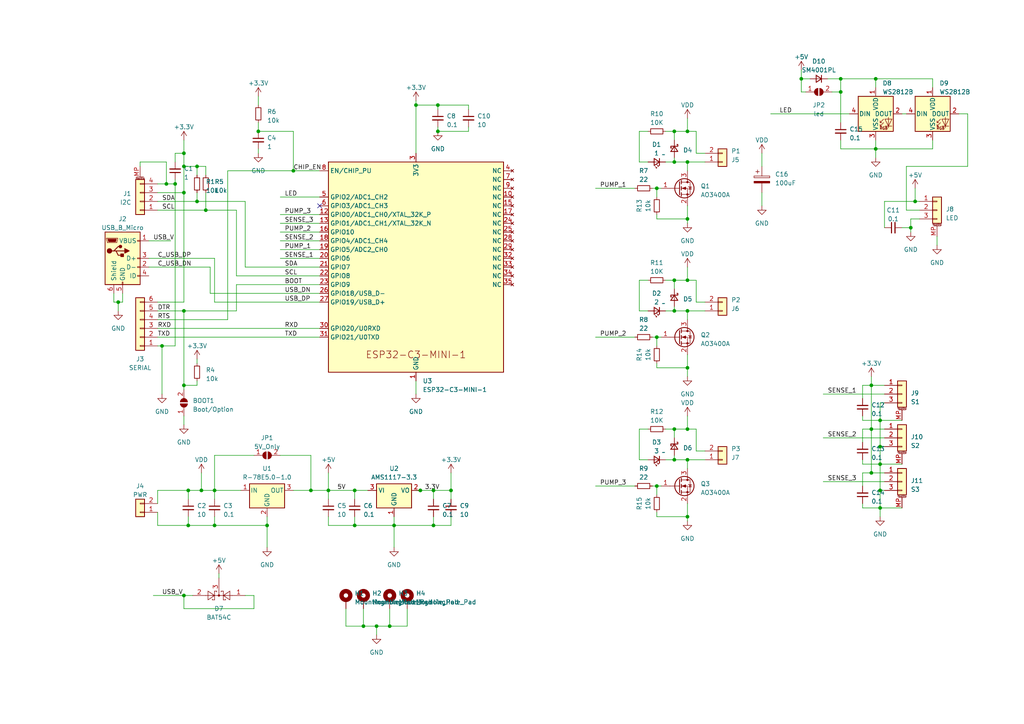
<source format=kicad_sch>
(kicad_sch (version 20230121) (generator eeschema)
  (paper "A4")
  (junction (at 113.03 181.61))
  (junction (at 199.39 38.1))
  (junction (at 53.34 90.17))
  (junction (at 252.73 124.46))
  (junction (at 195.58 81.28))
  (junction (at 199.39 81.28))
  (junction (at 120.65 30.48))
  (junction (at 199.39 124.46))
  (junction (at 53.34 44.45))
  (junction (at 255.27 129.54))
  (junction (at 102.87 152.4))
  (junction (at 102.87 142.24))
  (junction (at 121.92 142.24))
  (junction (at 199.39 133.35))
  (junction (at 199.39 149.86))
  (junction (at 54.61 152.4))
  (junction (at 199.39 106.68))
  (junction (at 53.34 55.88))
  (junction (at 114.3 152.4))
  (junction (at 252.73 137.16))
  (junction (at 243.84 22.86))
  (junction (at 195.58 38.1))
  (junction (at 50.8 53.34))
  (junction (at 264.16 66.04))
  (junction (at 199.39 63.5))
  (junction (at 255.27 142.24))
  (junction (at 53.34 172.72))
  (junction (at 199.39 90.17))
  (junction (at 254 22.86))
  (junction (at 255.27 147.32))
  (junction (at 74.93 38.1))
  (junction (at 125.73 142.24))
  (junction (at 127 30.48))
  (junction (at 77.47 152.4))
  (junction (at 130.81 142.24))
  (junction (at 62.23 142.24))
  (junction (at 252.73 111.76))
  (junction (at 265.43 58.42))
  (junction (at 53.34 111.76))
  (junction (at 90.17 142.24))
  (junction (at 105.41 181.61))
  (junction (at 57.15 58.42))
  (junction (at 59.69 60.96))
  (junction (at 58.42 142.24))
  (junction (at 46.99 100.33))
  (junction (at 254 43.18))
  (junction (at 127 38.1))
  (junction (at 232.41 22.86))
  (junction (at 195.58 133.35))
  (junction (at 48.26 53.34))
  (junction (at 95.25 142.24))
  (junction (at 125.73 152.4))
  (junction (at 85.09 49.53))
  (junction (at 62.23 152.4))
  (junction (at 190.5 54.61))
  (junction (at 34.29 87.63))
  (junction (at 195.58 46.99))
  (junction (at 57.15 48.26))
  (junction (at 243.84 26.67))
  (junction (at 190.5 97.79))
  (junction (at 255.27 121.92))
  (junction (at 199.39 46.99))
  (junction (at 195.58 90.17))
  (junction (at 109.22 181.61))
  (junction (at 53.34 48.26))
  (junction (at 195.58 124.46))
  (junction (at 190.5 140.97))
  (junction (at 54.61 142.24))
  (junction (at 255.27 134.62))
  (no_connect (at 92.71 59.69))
  (wire (pts (xy 201.93 38.1) (xy 199.39 38.1)))
  (wire (pts (xy 250.19 147.32) (xy 255.27 147.32)))
  (wire (pts (xy 102.87 152.4) (xy 114.3 152.4)))
  (wire (pts (xy 250.19 140.97) (xy 250.19 137.16)))
  (wire (pts (xy 238.76 127) (xy 256.54 127)))
  (wire (pts (xy 68.58 82.55) (xy 92.71 82.55)))
  (wire (pts (xy 256.54 66.04) (xy 256.54 58.42)))
  (wire (pts (xy 113.03 181.61) (xy 118.11 181.61)))
  (wire (pts (xy 187.96 133.35) (xy 185.42 133.35)))
  (wire (pts (xy 125.73 152.4) (xy 130.81 152.4)))
  (wire (pts (xy 264.16 63.5) (xy 266.7 63.5)))
  (wire (pts (xy 238.76 114.3) (xy 256.54 114.3)))
  (wire (pts (xy 199.39 106.68) (xy 199.39 109.22)))
  (wire (pts (xy 68.58 82.55) (xy 68.58 90.17)))
  (wire (pts (xy 201.93 44.45) (xy 204.47 44.45)))
  (wire (pts (xy 113.03 176.53) (xy 113.03 181.61)))
  (wire (pts (xy 63.5 166.37) (xy 63.5 167.64)))
  (wire (pts (xy 201.93 87.63) (xy 204.47 87.63)))
  (wire (pts (xy 121.92 142.24) (xy 125.73 142.24)))
  (wire (pts (xy 45.72 100.33) (xy 46.99 100.33)))
  (wire (pts (xy 252.73 111.76) (xy 256.54 111.76)))
  (wire (pts (xy 90.17 132.08) (xy 90.17 142.24)))
  (wire (pts (xy 201.93 81.28) (xy 201.93 87.63)))
  (wire (pts (xy 68.58 80.01) (xy 68.58 60.96)))
  (wire (pts (xy 250.19 121.92) (xy 250.19 120.65)))
  (wire (pts (xy 48.26 46.99) (xy 48.26 53.34)))
  (wire (pts (xy 102.87 144.78) (xy 102.87 142.24)))
  (wire (pts (xy 105.41 176.53) (xy 105.41 181.61)))
  (wire (pts (xy 45.72 142.24) (xy 45.72 146.05)))
  (wire (pts (xy 199.39 146.05) (xy 199.39 149.86)))
  (wire (pts (xy 62.23 152.4) (xy 62.23 149.86)))
  (wire (pts (xy 199.39 90.17) (xy 195.58 90.17)))
  (wire (pts (xy 118.11 181.61) (xy 118.11 176.53)))
  (wire (pts (xy 125.73 142.24) (xy 125.73 144.78)))
  (wire (pts (xy 135.89 38.1) (xy 135.89 36.83)))
  (wire (pts (xy 241.3 26.67) (xy 243.84 26.67)))
  (wire (pts (xy 57.15 55.88) (xy 57.15 58.42)))
  (wire (pts (xy 252.73 109.22) (xy 252.73 111.76)))
  (wire (pts (xy 189.23 140.97) (xy 190.5 140.97)))
  (wire (pts (xy 255.27 116.84) (xy 255.27 121.92)))
  (wire (pts (xy 46.99 100.33) (xy 46.99 114.3)))
  (wire (pts (xy 264.16 66.04) (xy 264.16 63.5)))
  (wire (pts (xy 262.89 48.26) (xy 262.89 60.96)))
  (wire (pts (xy 201.93 81.28) (xy 199.39 81.28)))
  (wire (pts (xy 255.27 147.32) (xy 255.27 149.86)))
  (wire (pts (xy 255.27 134.62) (xy 261.62 134.62)))
  (wire (pts (xy 199.39 63.5) (xy 199.39 64.77)))
  (wire (pts (xy 250.19 134.62) (xy 255.27 134.62)))
  (wire (pts (xy 195.58 83.82) (xy 195.58 81.28)))
  (wire (pts (xy 81.28 132.08) (xy 90.17 132.08)))
  (wire (pts (xy 193.04 46.99) (xy 195.58 46.99)))
  (wire (pts (xy 187.96 90.17) (xy 185.42 90.17)))
  (wire (pts (xy 135.89 30.48) (xy 135.89 31.75)))
  (wire (pts (xy 252.73 124.46) (xy 256.54 124.46)))
  (wire (pts (xy 130.81 137.16) (xy 130.81 142.24)))
  (wire (pts (xy 57.15 58.42) (xy 71.12 58.42)))
  (wire (pts (xy 114.3 149.86) (xy 114.3 152.4)))
  (wire (pts (xy 199.39 133.35) (xy 204.47 133.35)))
  (wire (pts (xy 232.41 22.86) (xy 234.95 22.86)))
  (wire (pts (xy 53.34 111.76) (xy 57.15 111.76)))
  (wire (pts (xy 57.15 104.14) (xy 57.15 105.41)))
  (wire (pts (xy 199.39 59.69) (xy 199.39 63.5)))
  (wire (pts (xy 53.34 120.65) (xy 53.34 123.19)))
  (wire (pts (xy 90.17 142.24) (xy 95.25 142.24)))
  (wire (pts (xy 280.67 33.02) (xy 280.67 48.26)))
  (wire (pts (xy 62.23 74.93) (xy 62.23 87.63)))
  (wire (pts (xy 185.42 90.17) (xy 185.42 81.28)))
  (wire (pts (xy 102.87 149.86) (xy 102.87 152.4)))
  (wire (pts (xy 81.28 57.15) (xy 92.71 57.15)))
  (wire (pts (xy 34.29 87.63) (xy 34.29 90.17)))
  (wire (pts (xy 53.34 44.45) (xy 53.34 48.26)))
  (wire (pts (xy 130.81 152.4) (xy 130.81 149.86)))
  (wire (pts (xy 270.51 22.86) (xy 254 22.86)))
  (wire (pts (xy 265.43 58.42) (xy 266.7 58.42)))
  (wire (pts (xy 252.73 137.16) (xy 256.54 137.16)))
  (wire (pts (xy 243.84 22.86) (xy 254 22.86)))
  (wire (pts (xy 199.39 49.53) (xy 199.39 46.99)))
  (wire (pts (xy 102.87 142.24) (xy 106.68 142.24)))
  (wire (pts (xy 232.41 26.67) (xy 233.68 26.67)))
  (wire (pts (xy 190.5 140.97) (xy 190.5 143.51)))
  (wire (pts (xy 53.34 111.76) (xy 53.34 113.03)))
  (wire (pts (xy 262.89 60.96) (xy 266.7 60.96)))
  (wire (pts (xy 201.93 124.46) (xy 199.39 124.46)))
  (wire (pts (xy 243.84 26.67) (xy 243.84 22.86)))
  (wire (pts (xy 199.39 102.87) (xy 199.39 106.68)))
  (wire (pts (xy 85.09 49.53) (xy 92.71 49.53)))
  (wire (pts (xy 250.19 124.46) (xy 252.73 124.46)))
  (wire (pts (xy 255.27 142.24) (xy 256.54 142.24)))
  (wire (pts (xy 278.13 33.02) (xy 280.67 33.02)))
  (wire (pts (xy 223.52 33.02) (xy 246.38 33.02)))
  (wire (pts (xy 54.61 152.4) (xy 62.23 152.4)))
  (wire (pts (xy 232.41 22.86) (xy 232.41 26.67)))
  (wire (pts (xy 66.04 92.71) (xy 66.04 49.53)))
  (wire (pts (xy 81.28 62.23) (xy 92.71 62.23)))
  (wire (pts (xy 85.09 142.24) (xy 90.17 142.24)))
  (wire (pts (xy 74.93 38.1) (xy 85.09 38.1)))
  (wire (pts (xy 114.3 152.4) (xy 125.73 152.4)))
  (wire (pts (xy 199.39 92.71) (xy 199.39 90.17)))
  (wire (pts (xy 60.96 85.09) (xy 92.71 85.09)))
  (wire (pts (xy 73.66 176.53) (xy 53.34 176.53)))
  (wire (pts (xy 199.39 77.47) (xy 199.39 81.28)))
  (wire (pts (xy 201.93 124.46) (xy 201.93 130.81)))
  (wire (pts (xy 250.19 115.57) (xy 250.19 111.76)))
  (wire (pts (xy 45.72 152.4) (xy 45.72 148.59)))
  (wire (pts (xy 199.39 34.29) (xy 199.39 38.1)))
  (wire (pts (xy 53.34 55.88) (xy 53.34 87.63)))
  (wire (pts (xy 120.65 110.49) (xy 120.65 114.3)))
  (wire (pts (xy 95.25 142.24) (xy 102.87 142.24)))
  (wire (pts (xy 190.5 148.59) (xy 190.5 149.86)))
  (wire (pts (xy 35.56 87.63) (xy 34.29 87.63)))
  (wire (pts (xy 199.39 46.99) (xy 195.58 46.99)))
  (wire (pts (xy 54.61 142.24) (xy 58.42 142.24)))
  (wire (pts (xy 53.34 172.72) (xy 55.88 172.72)))
  (wire (pts (xy 189.23 97.79) (xy 190.5 97.79)))
  (wire (pts (xy 74.93 43.18) (xy 74.93 44.45)))
  (wire (pts (xy 250.19 134.62) (xy 250.19 133.35)))
  (wire (pts (xy 48.26 53.34) (xy 50.8 53.34)))
  (wire (pts (xy 45.72 152.4) (xy 54.61 152.4)))
  (wire (pts (xy 255.27 147.32) (xy 261.62 147.32)))
  (wire (pts (xy 254 43.18) (xy 254 45.72)))
  (wire (pts (xy 120.65 30.48) (xy 127 30.48)))
  (wire (pts (xy 81.28 64.77) (xy 92.71 64.77)))
  (wire (pts (xy 35.56 85.09) (xy 35.56 87.63)))
  (wire (pts (xy 201.93 38.1) (xy 201.93 44.45)))
  (wire (pts (xy 190.5 97.79) (xy 190.5 100.33)))
  (wire (pts (xy 105.41 181.61) (xy 109.22 181.61)))
  (wire (pts (xy 254 22.86) (xy 254 25.4)))
  (wire (pts (xy 250.19 111.76) (xy 252.73 111.76)))
  (wire (pts (xy 40.64 46.99) (xy 40.64 48.26)))
  (wire (pts (xy 190.5 105.41) (xy 190.5 106.68)))
  (wire (pts (xy 254 40.64) (xy 254 43.18)))
  (wire (pts (xy 255.27 142.24) (xy 255.27 147.32)))
  (wire (pts (xy 252.73 124.46) (xy 252.73 137.16)))
  (wire (pts (xy 95.25 142.24) (xy 95.25 144.78)))
  (wire (pts (xy 58.42 142.24) (xy 58.42 137.16)))
  (wire (pts (xy 255.27 134.62) (xy 255.27 142.24)))
  (wire (pts (xy 60.96 85.09) (xy 60.96 77.47)))
  (wire (pts (xy 43.18 74.93) (xy 62.23 74.93)))
  (wire (pts (xy 59.69 48.26) (xy 59.69 50.8)))
  (wire (pts (xy 59.69 55.88) (xy 59.69 60.96)))
  (wire (pts (xy 81.28 72.39) (xy 92.71 72.39)))
  (wire (pts (xy 265.43 54.61) (xy 265.43 58.42)))
  (wire (pts (xy 187.96 46.99) (xy 185.42 46.99)))
  (wire (pts (xy 50.8 44.45) (xy 53.34 44.45)))
  (wire (pts (xy 250.19 146.05) (xy 250.19 147.32)))
  (wire (pts (xy 190.5 62.23) (xy 190.5 63.5)))
  (wire (pts (xy 81.28 67.31) (xy 92.71 67.31)))
  (wire (pts (xy 250.19 137.16) (xy 252.73 137.16)))
  (wire (pts (xy 261.62 66.04) (xy 264.16 66.04)))
  (wire (pts (xy 45.72 87.63) (xy 53.34 87.63)))
  (wire (pts (xy 109.22 181.61) (xy 113.03 181.61)))
  (wire (pts (xy 44.45 172.72) (xy 53.34 172.72)))
  (wire (pts (xy 199.39 46.99) (xy 204.47 46.99)))
  (wire (pts (xy 74.93 35.56) (xy 74.93 38.1)))
  (wire (pts (xy 193.04 81.28) (xy 195.58 81.28)))
  (wire (pts (xy 199.39 90.17) (xy 204.47 90.17)))
  (wire (pts (xy 255.27 121.92) (xy 255.27 129.54)))
  (wire (pts (xy 255.27 121.92) (xy 261.62 121.92)))
  (wire (pts (xy 53.34 48.26) (xy 53.34 55.88)))
  (wire (pts (xy 195.58 38.1) (xy 199.39 38.1)))
  (wire (pts (xy 256.54 116.84) (xy 255.27 116.84)))
  (wire (pts (xy 40.64 46.99) (xy 48.26 46.99)))
  (wire (pts (xy 77.47 149.86) (xy 77.47 152.4)))
  (wire (pts (xy 120.65 30.48) (xy 120.65 44.45)))
  (wire (pts (xy 193.04 38.1) (xy 195.58 38.1)))
  (wire (pts (xy 252.73 111.76) (xy 252.73 124.46)))
  (wire (pts (xy 81.28 69.85) (xy 92.71 69.85)))
  (wire (pts (xy 62.23 142.24) (xy 69.85 142.24)))
  (wire (pts (xy 54.61 149.86) (xy 54.61 152.4)))
  (wire (pts (xy 270.51 43.18) (xy 254 43.18)))
  (wire (pts (xy 261.62 33.02) (xy 262.89 33.02)))
  (wire (pts (xy 185.42 38.1) (xy 187.96 38.1)))
  (wire (pts (xy 50.8 53.34) (xy 50.8 100.33)))
  (wire (pts (xy 130.81 142.24) (xy 130.81 144.78)))
  (wire (pts (xy 53.34 90.17) (xy 45.72 90.17)))
  (wire (pts (xy 190.5 149.86) (xy 199.39 149.86)))
  (wire (pts (xy 189.23 54.61) (xy 190.5 54.61)))
  (wire (pts (xy 54.61 142.24) (xy 54.61 144.78)))
  (wire (pts (xy 68.58 80.01) (xy 92.71 80.01)))
  (wire (pts (xy 220.98 44.45) (xy 220.98 48.26)))
  (wire (pts (xy 185.42 81.28) (xy 187.96 81.28)))
  (wire (pts (xy 190.5 54.61) (xy 190.5 57.15)))
  (wire (pts (xy 45.72 97.79) (xy 92.71 97.79)))
  (wire (pts (xy 57.15 48.26) (xy 59.69 48.26)))
  (wire (pts (xy 33.02 85.09) (xy 33.02 87.63)))
  (wire (pts (xy 57.15 111.76) (xy 57.15 110.49)))
  (wire (pts (xy 199.39 135.89) (xy 199.39 133.35)))
  (wire (pts (xy 193.04 90.17) (xy 195.58 90.17)))
  (wire (pts (xy 190.5 54.61) (xy 191.77 54.61)))
  (wire (pts (xy 46.99 100.33) (xy 50.8 100.33)))
  (wire (pts (xy 43.18 77.47) (xy 60.96 77.47)))
  (wire (pts (xy 185.42 133.35) (xy 185.42 124.46)))
  (wire (pts (xy 95.25 152.4) (xy 102.87 152.4)))
  (wire (pts (xy 45.72 95.25) (xy 92.71 95.25)))
  (wire (pts (xy 127 36.83) (xy 127 38.1)))
  (wire (pts (xy 120.65 142.24) (xy 121.92 142.24)))
  (wire (pts (xy 270.51 25.4) (xy 270.51 22.86)))
  (wire (pts (xy 190.5 97.79) (xy 191.77 97.79)))
  (wire (pts (xy 250.19 121.92) (xy 255.27 121.92)))
  (wire (pts (xy 53.34 48.26) (xy 57.15 48.26)))
  (wire (pts (xy 195.58 133.35) (xy 195.58 132.08)))
  (wire (pts (xy 185.42 124.46) (xy 187.96 124.46)))
  (wire (pts (xy 185.42 46.99) (xy 185.42 38.1)))
  (wire (pts (xy 33.02 87.63) (xy 34.29 87.63)))
  (wire (pts (xy 68.58 60.96) (xy 59.69 60.96)))
  (wire (pts (xy 190.5 140.97) (xy 191.77 140.97)))
  (wire (pts (xy 109.22 181.61) (xy 109.22 184.15)))
  (wire (pts (xy 100.33 176.53) (xy 100.33 181.61)))
  (wire (pts (xy 201.93 130.81) (xy 204.47 130.81)))
  (wire (pts (xy 71.12 172.72) (xy 73.66 172.72)))
  (wire (pts (xy 53.34 90.17) (xy 68.58 90.17)))
  (wire (pts (xy 48.26 53.34) (xy 45.72 53.34)))
  (wire (pts (xy 66.04 49.53) (xy 85.09 49.53)))
  (wire (pts (xy 85.09 38.1) (xy 85.09 49.53)))
  (wire (pts (xy 62.23 144.78) (xy 62.23 142.24)))
  (wire (pts (xy 270.51 40.64) (xy 270.51 43.18)))
  (wire (pts (xy 50.8 52.07) (xy 50.8 53.34)))
  (wire (pts (xy 232.41 20.32) (xy 232.41 22.86)))
  (wire (pts (xy 243.84 35.56) (xy 243.84 26.67)))
  (wire (pts (xy 195.58 40.64) (xy 195.58 38.1)))
  (wire (pts (xy 190.5 106.68) (xy 199.39 106.68)))
  (wire (pts (xy 53.34 176.53) (xy 53.34 172.72)))
  (wire (pts (xy 45.72 92.71) (xy 66.04 92.71)))
  (wire (pts (xy 50.8 44.45) (xy 50.8 46.99)))
  (wire (pts (xy 243.84 40.64) (xy 243.84 43.18)))
  (wire (pts (xy 220.98 55.88) (xy 220.98 59.69)))
  (wire (pts (xy 195.58 90.17) (xy 195.58 88.9)))
  (wire (pts (xy 127 38.1) (xy 135.89 38.1)))
  (wire (pts (xy 256.54 58.42) (xy 265.43 58.42)))
  (wire (pts (xy 57.15 48.26) (xy 57.15 50.8)))
  (wire (pts (xy 45.72 55.88) (xy 53.34 55.88)))
  (wire (pts (xy 243.84 43.18) (xy 254 43.18)))
  (wire (pts (xy 125.73 142.24) (xy 130.81 142.24)))
  (wire (pts (xy 264.16 67.31) (xy 264.16 66.04)))
  (wire (pts (xy 172.72 97.79) (xy 184.15 97.79)))
  (wire (pts (xy 114.3 152.4) (xy 114.3 158.75)))
  (wire (pts (xy 95.25 149.86) (xy 95.25 152.4)))
  (wire (pts (xy 81.28 74.93) (xy 92.71 74.93)))
  (wire (pts (xy 62.23 87.63) (xy 92.71 87.63)))
  (wire (pts (xy 45.72 142.24) (xy 54.61 142.24)))
  (wire (pts (xy 172.72 54.61) (xy 184.15 54.61)))
  (wire (pts (xy 95.25 137.16) (xy 95.25 142.24)))
  (wire (pts (xy 77.47 152.4) (xy 62.23 152.4)))
  (wire (pts (xy 45.72 58.42) (xy 57.15 58.42)))
  (wire (pts (xy 271.78 68.58) (xy 271.78 71.12)))
  (wire (pts (xy 120.65 29.21) (xy 120.65 30.48)))
  (wire (pts (xy 100.33 181.61) (xy 105.41 181.61)))
  (wire (pts (xy 255.27 129.54) (xy 256.54 129.54)))
  (wire (pts (xy 190.5 63.5) (xy 199.39 63.5)))
  (wire (pts (xy 62.23 132.08) (xy 62.23 142.24)))
  (wire (pts (xy 250.19 128.27) (xy 250.19 124.46)))
  (wire (pts (xy 193.04 124.46) (xy 195.58 124.46)))
  (wire (pts (xy 280.67 48.26) (xy 262.89 48.26)))
  (wire (pts (xy 53.34 40.64) (xy 53.34 44.45)))
  (wire (pts (xy 59.69 60.96) (xy 45.72 60.96)))
  (wire (pts (xy 77.47 152.4) (xy 77.47 158.75)))
  (wire (pts (xy 199.39 120.65) (xy 199.39 124.46)))
  (wire (pts (xy 240.03 22.86) (xy 243.84 22.86)))
  (wire (pts (xy 125.73 149.86) (xy 125.73 152.4)))
  (wire (pts (xy 62.23 142.24) (xy 58.42 142.24)))
  (wire (pts (xy 43.18 69.85) (xy 49.53 69.85)))
  (wire (pts (xy 195.58 127) (xy 195.58 124.46)))
  (wire (pts (xy 195.58 81.28) (xy 199.39 81.28)))
  (wire (pts (xy 53.34 90.17) (xy 53.34 111.76)))
  (wire (pts (xy 73.66 132.08) (xy 62.23 132.08)))
  (wire (pts (xy 74.93 27.94) (xy 74.93 30.48)))
  (wire (pts (xy 193.04 133.35) (xy 195.58 133.35)))
  (wire (pts (xy 238.76 139.7) (xy 256.54 139.7)))
  (wire (pts (xy 71.12 77.47) (xy 92.71 77.47)))
  (wire (pts (xy 73.66 172.72) (xy 73.66 176.53)))
  (wire (pts (xy 255.27 129.54) (xy 255.27 134.62)))
  (wire (pts (xy 127 30.48) (xy 135.89 30.48)))
  (wire (pts (xy 195.58 124.46) (xy 199.39 124.46)))
  (wire (pts (xy 127 30.48) (xy 127 31.75)))
  (wire (pts (xy 71.12 58.42) (xy 71.12 77.47)))
  (wire (pts (xy 195.58 46.99) (xy 195.58 45.72)))
  (wire (pts (xy 199.39 149.86) (xy 199.39 151.13)))
  (wire (pts (xy 199.39 133.35) (xy 195.58 133.35)))
  (wire (pts (xy 172.72 140.97) (xy 184.15 140.97)))
  (label "SENSE_1" (at 82.55 74.93 0))
  (label "USB_DN" (at 82.55 85.09 0))
  (label "RXD" (at 82.55 95.25 0))
  (label "C_USB_DN" (at 45.72 77.47 0))
  (label "SCL" (at 82.55 80.01 0))
  (label "SENSE_2" (at 240.03 127 0))
  (label "USB_V" (at 44.45 69.85 0))
  (label "PUMP_3" (at 173.99 140.97 0))
  (label "BOOT" (at 82.55 82.55 0))
  (label "3.3V" (at 123.19 142.24 0))
  (label "USB_V" (at 46.99 172.72 0))
  (label "TXD" (at 45.72 97.79 0))
  (label "RTS" (at 45.72 92.71 0))
  (label "USB_DP" (at 82.55 87.63 0))
  (label "PUMP_2" (at 173.99 97.79 0))
  (label "TXD" (at 82.55 97.79 0))
  (label "LED" (at 82.55 57.15 0))
  (label "LED" (at 226.06 33.02 0))
  (label "SENSE_1" (at 240.03 114.3 0))
  (label "PUMP_1" (at 82.55 72.39 0))
  (label "PUMP_2" (at 82.55 67.31 0))
  (label "SENSE_3" (at 240.03 139.7 0))
  (label "SDA" (at 46.99 58.42 0))
  (label "SCL" (at 46.99 60.96 0))
  (label "CHIP_EN" (at 85.09 49.53 0))
  (label "5V" (at 97.79 142.24 0))
  (label "C_USB_DP" (at 45.72 74.93 0))
  (label "SDA" (at 82.55 77.47 0))
  (label "PUMP_1" (at 173.99 54.61 0))
  (label "SENSE_2" (at 82.55 69.85 0))
  (label "SENSE_3" (at 82.55 64.77 0))
  (label "PUMP_3" (at 82.55 62.23 0))
  (label "RXD" (at 45.72 95.25 0))
  (label "DTR" (at 45.72 90.17 0))
  (symbol (lib_id "power:+3.3V") (at 130.81 137.16 0) (unit 1)
    (property "Reference" "#PWR014" (effects hide))
    (property "Value" "+3.3V" (at 130.81 133.35 0))
  )
  (symbol (lib_id "Connector_Generic_MountingPin:Conn_01x03_MountingPin") (at 271.78 60.96 0) (unit 1)
    (property "Reference" "J8" (at 274.32 60.6806 0) (effects (justify left)))
    (property "Value" "LED" (at 274.32 63.2206 0) (effects (justify left)))
    (property "Footprint" "Connector_JST:JST_SH_BM03B-SRSS-TB_1x03-1MP_P1.00mm_Vertical" (effects hide))
  )
  (symbol (lib_id "Device:D_Schottky_Small") (at 195.58 129.54 270) (unit 1)
    (property "Reference" "D6" (at 198.12 129.921 90) (effects (justify left)))
    (property "Value" "~" (at 193.04 131.191 90) (effects (justify right)))
    (property "Footprint" "Diode_SMD:D_SMA" (effects hide))
    (property "JLCPCB" "C22452" (effects hide))
  )
  (symbol (lib_id "Device:R_Small") (at 57.15 107.95 0) (unit 1)
    (property "Reference" "R4" (at 59.69 107.315 0) (effects (justify left)))
    (property "Value" "10k" (at 59.69 109.855 0) (effects (justify left)))
    (property "Footprint" "Resistor_SMD:R_0402_1005Metric" (effects hide))
    (property "JLCPCB" "C25744" (effects hide))
  )
  (symbol (lib_id "Device:R_Small") (at 57.15 53.34 0) (unit 1)
    (property "Reference" "R1" (at 59.69 52.705 0) (effects (justify left)))
    (property "Value" "10k" (at 59.69 55.245 0) (effects (justify left)))
    (property "Footprint" "Resistor_SMD:R_0402_1005Metric" (effects hide))
    (property "JLCPCB" "C25744" (effects hide))
  )
  (symbol (lib_id "power:+3.3V") (at 74.93 27.94 0) (unit 1)
    (property "Reference" "#PWR06" (effects hide))
    (property "Value" "+3.3V" (at 74.93 24.13 0))
  )
  (symbol (lib_id "Mechanical:MountingHole_Pad") (at 118.11 173.99 0) (unit 1)
    (property "Reference" "H4" (at 120.65 172.085 0) (effects (justify left)))
    (property "Value" "MountingHole_Pad" (at 120.65 174.625 0) (effects (justify left)))
    (property "Footprint" "MountingHole:MountingHole_2.2mm_M2_Pad" (effects hide))
  )
  (symbol (lib_id "Regulator_Switching:R-78E5.0-1.0") (at 77.47 142.24 0) (unit 1)
    (property "Reference" "U1" (at 77.47 135.89 0))
    (property "Value" "R-78E5.0-1.0" (at 77.47 138.43 0))
    (property "Footprint" "Converter_DCDC:Converter_DCDC_RECOM_R-78E-0.5_THT" (effects hide))
    (property "Datasheet" "https://www.recom-power.com/pdf/Innoline/R-78Exx-1.0.pdf" (effects hide))
  )
  (symbol (lib_id "Connector_Generic_MountingPin:Conn_01x04_MountingPin") (at 40.64 58.42 180) (unit 1)
    (property "Reference" "J1" (at 38.1 56.1594 0) (effects (justify left)))
    (property "Value" "I2C" (at 38.1 58.6994 0) (effects (justify left)))
    (property "Footprint" "Connector_JST:JST_SH_BM04B-SRSS-TB_1x04-1MP_P1.00mm_Vertical" (effects hide))
  )
  (symbol (lib_id "Device:R_Small") (at 190.5 81.28 90) (unit 1)
    (property "Reference" "R11" (at 190.5 76.2 90))
    (property "Value" "10K" (at 190.5 78.74 90))
    (property "Footprint" "Resistor_SMD:R_0402_1005Metric" (effects hide))
    (property "JLCPCB" "C25744" (effects hide))
  )
  (symbol (lib_id "Connector_Generic_MountingPin:Conn_01x03_MountingPin") (at 261.62 114.3 0) (unit 1)
    (property "Reference" "J9" (at 264.16 114.0206 0) (effects (justify left)))
    (property "Value" "S1" (at 264.16 116.5606 0) (effects (justify left)))
    (property "Footprint" "Connector_JST:JST_SH_BM03B-SRSS-TB_1x03-1MP_P1.00mm_Vertical" (effects hide))
  )
  (symbol (lib_id "power:GND") (at 127 38.1 0) (unit 1)
    (property "Reference" "#PWR013" (effects hide))
    (property "Value" "GND" (at 127 43.18 0))
  )
  (symbol (lib_id "Espressif:ESP32-C3-MINI-1") (at 120.65 77.47 0) (unit 1)
    (property "Reference" "U3" (at 122.6059 110.49 0) (effects (justify left)))
    (property "Value" "ESP32-C3-MINI-1" (at 122.6059 113.03 0) (effects (justify left)))
    (property "Footprint" "Espressif:ESP32-C3-MINI-1" (effects hide))
    (property "Datasheet" "https://www.espressif.com/sites/default/files/documentation/esp32-c3-mini-1_datasheet_en.pdf" (effects hide))
    (property "JLCPCB" "C2838502" (effects hide))
  )
  (symbol (lib_id "Device:R_Small") (at 190.5 38.1 90) (unit 1)
    (property "Reference" "R10" (at 190.5 33.02 90))
    (property "Value" "10K" (at 190.5 35.56 90))
    (property "Footprint" "Resistor_SMD:R_0402_1005Metric" (effects hide))
    (property "JLCPCB" "C25744" (effects hide))
  )
  (symbol (lib_id "power:+5V") (at 265.43 54.61 0) (unit 1)
    (property "Reference" "#PWR028" (effects hide))
    (property "Value" "+5V" (at 265.43 50.8 0))
  )
  (symbol (lib_id "power:GND") (at 255.27 149.86 0) (unit 1)
    (property "Reference" "#PWR022" (effects hide))
    (property "Value" "GND" (at 255.27 154.94 0))
  )
  (symbol (lib_id "Device:R_Small") (at 190.5 59.69 180) (unit 1)
    (property "Reference" "R13" (at 185.42 59.69 90))
    (property "Value" "10k" (at 187.96 59.69 90))
    (property "Footprint" "Resistor_SMD:R_0402_1005Metric" (effects hide))
    (property "JLCPCB" "C25744" (effects hide))
  )
  (symbol (lib_id "power:VDD") (at 220.98 44.45 0) (unit 1)
    (property "Reference" "#PWR032" (effects hide))
    (property "Value" "VDD" (at 220.98 40.64 0))
  )
  (symbol (lib_id "Connector_Generic:Conn_01x06") (at 40.64 95.25 180) (unit 1)
    (property "Reference" "J3" (at 40.64 104.14 0))
    (property "Value" "SERIAL" (at 40.64 106.68 0))
    (property "Footprint" "Connector_PinHeader_2.54mm:PinHeader_2x03_P2.54mm_Vertical" (effects hide))
  )
  (symbol (lib_id "Device:LED_Small") (at 190.5 133.35 180) (unit 1)
    (property "Reference" "D3" (at 190.4365 128.27 0))
    (property "Value" "3" (at 190.4365 130.81 0))
    (property "Footprint" "LED_SMD:LED_0805_2012Metric" (effects hide))
    (property "JLCPCB" "C2297" (effects hide))
  )
  (symbol (lib_id "power:VDD") (at 199.39 34.29 0) (unit 1)
    (property "Reference" "#PWR015" (effects hide))
    (property "Value" "VDD" (at 199.39 30.48 0))
  )
  (symbol (lib_id "power:GND") (at 74.93 44.45 0) (unit 1)
    (property "Reference" "#PWR07" (effects hide))
    (property "Value" "GND" (at 74.93 49.53 0))
  )
  (symbol (lib_id "Device:R_Small") (at 186.69 97.79 90) (unit 1)
    (property "Reference" "R8" (at 186.69 92.71 90))
    (property "Value" "22" (at 186.69 95.25 90))
    (property "Footprint" "Resistor_SMD:R_0402_1005Metric" (effects hide))
    (property "JLCPCB" "C25092" (effects hide))
  )
  (symbol (lib_id "power:GND") (at 53.34 123.19 0) (unit 1)
    (property "Reference" "#PWR03" (effects hide))
    (property "Value" "GND" (at 53.34 128.27 0))
  )
  (symbol (lib_id "Jumper:SolderJumper_2_Open") (at 237.49 26.67 0) (unit 1)
    (property "Reference" "JP2" (at 237.49 30.48 0))
    (property "Value" "led" (at 237.49 33.02 0))
    (property "Footprint" "Jumper:SolderJumper-2_P1.3mm_Open_RoundedPad1.0x1.5mm" (effects hide))
  )
  (symbol (lib_id "power:VDD") (at 58.42 137.16 0) (unit 1)
    (property "Reference" "#PWR05" (effects hide))
    (property "Value" "VDD" (at 58.42 133.35 0))
  )
  (symbol (lib_id "Connector:USB_B_Micro") (at 35.56 74.93 0) (unit 1)
    (property "Reference" "J2" (at 35.56 63.5 0))
    (property "Value" "USB_B_Micro" (at 35.56 66.04 0))
    (property "Footprint" "Connector_USB:USB_Micro-B_Molex_47346-0001" (effects hide))
  )
  (symbol (lib_id "Device:C_Small") (at 127 34.29 0) (unit 1)
    (property "Reference" "C8" (at 129.54 33.6613 0) (effects (justify left)))
    (property "Value" "0.1" (at 129.54 36.2013 0) (effects (justify left)))
    (property "Footprint" "Capacitor_SMD:C_0402_1005Metric" (effects hide))
    (property "JLCPCB" "C1525" (effects hide))
  )
  (symbol (lib_id "Device:C_Small") (at 54.61 147.32 0) (unit 1)
    (property "Reference" "C2" (at 57.15 146.6913 0) (effects (justify left)))
    (property "Value" "10" (at 57.15 149.2313 0) (effects (justify left)))
    (property "Footprint" "Capacitor_SMD:C_0805_2012Metric" (effects hide))
    (property "JLCPCB" "C15850" (effects hide))
  )
  (symbol (lib_id "Mechanical:MountingHole_Pad") (at 105.41 173.99 0) (unit 1)
    (property "Reference" "H2" (at 107.95 172.085 0) (effects (justify left)))
    (property "Value" "MountingHole_Pad" (at 107.95 174.625 0) (effects (justify left)))
    (property "Footprint" "MountingHole:MountingHole_2.2mm_M2_Pad" (effects hide))
  )
  (symbol (lib_id "power:VDD") (at 199.39 120.65 0) (unit 1)
    (property "Reference" "#PWR019" (effects hide))
    (property "Value" "VDD" (at 199.39 116.84 0))
  )
  (symbol (lib_id "Device:LED_Small") (at 190.5 46.99 180) (unit 1)
    (property "Reference" "D1" (at 190.4365 41.91 0))
    (property "Value" "1" (at 190.4365 44.45 0))
    (property "Footprint" "LED_SMD:LED_0805_2012Metric" (effects hide))
    (property "JLCPCB" "C2297" (effects hide))
  )
  (symbol (lib_id "Device:LED_Small") (at 190.5 90.17 180) (unit 1)
    (property "Reference" "D2" (at 190.4365 85.09 0))
    (property "Value" "2" (at 190.4365 87.63 0))
    (property "Footprint" "LED_SMD:LED_0805_2012Metric" (effects hide))
    (property "JLCPCB" "C2297" (effects hide))
  )
  (symbol (lib_id "power:GND") (at 254 45.72 0) (unit 1)
    (property "Reference" "#PWR024" (effects hide))
    (property "Value" "GND" (at 254 50.8 0))
  )
  (symbol (lib_id "power:+3.3V") (at 53.34 40.64 0) (unit 1)
    (property "Reference" "#PWR02" (effects hide))
    (property "Value" "+3.3V" (at 53.34 36.83 0))
  )
  (symbol (lib_id "power:GND") (at 220.98 59.69 0) (unit 1)
    (property "Reference" "#PWR031" (effects hide))
    (property "Value" "GND" (at 220.98 64.77 0))
  )
  (symbol (lib_id "LED:WS2812B") (at 254 33.02 0) (unit 1)
    (property "Reference" "D8" (at 255.9559 24.13 0) (effects (justify left)))
    (property "Value" "WS2812B" (at 255.9559 26.67 0) (effects (justify left)))
    (property "Footprint" "LED_SMD:LED_WS2812B-2020_PLCC4_2.0x2.0mm" (effects hide))
    (property "Datasheet" "https://cdn-shop.adafruit.com/datasheets/WS2812B.pdf" (effects hide))
  )
  (symbol (lib_id "Device:R_Small") (at 59.69 53.34 0) (unit 1)
    (property "Reference" "R5" (at 62.23 52.705 0) (effects (justify left)))
    (property "Value" "10k" (at 62.23 55.245 0) (effects (justify left)))
    (property "Footprint" "Resistor_SMD:R_0402_1005Metric" (effects hide))
    (property "JLCPCB" "C25744" (effects hide))
  )
  (symbol (lib_id "Connector_Generic:Conn_01x02") (at 209.55 90.17 0) (mirror x) (unit 1)
    (property "Reference" "J6" (at 212.09 89.535 0) (effects (justify left)))
    (property "Value" "P2" (at 212.09 86.995 0) (effects (justify left)))
    (property "Footprint" "Connector_PinHeader_2.54mm:PinHeader_1x02_P2.54mm_Vertical" (effects hide))
  )
  (symbol (lib_id "power:GND") (at 199.39 64.77 0) (unit 1)
    (property "Reference" "#PWR016" (effects hide))
    (property "Value" "GND" (at 199.39 69.85 0))
  )
  (symbol (lib_id "Diode:BAT54C") (at 63.5 172.72 180) (unit 1)
    (property "Reference" "D7" (at 63.5 176.53 0))
    (property "Value" "BAT54C" (at 63.5 179.07 0))
    (property "Footprint" "Package_TO_SOT_SMD:SOT-23" (effects hide))
    (property "Datasheet" "http://www.diodes.com/_files/datasheets/ds11005.pdf" (effects hide))
  )
  (symbol (lib_id "Device:Q_NMOS_GSD") (at 196.85 140.97 0) (unit 1)
    (property "Reference" "Q3" (at 203.2 140.335 0) (effects (justify left)))
    (property "Value" "AO3400A" (at 203.2 142.875 0) (effects (justify left)))
    (property "Footprint" "Package_TO_SOT_SMD:SOT-23" (effects hide))
    (property "JLCPCB" "C20917" (effects hide))
  )
  (symbol (lib_id "Connector_Generic_MountingPin:Conn_01x03_MountingPin") (at 261.62 127 0) (unit 1)
    (property "Reference" "J10" (at 264.16 126.7206 0) (effects (justify left)))
    (property "Value" "S2" (at 264.16 129.2606 0) (effects (justify left)))
    (property "Footprint" "Connector_JST:JST_SH_BM03B-SRSS-TB_1x03-1MP_P1.00mm_Vertical" (effects hide))
  )
  (symbol (lib_id "Device:D_Schottky_Small") (at 195.58 86.36 270) (unit 1)
    (property "Reference" "D5" (at 198.12 86.741 90) (effects (justify left)))
    (property "Value" "~" (at 193.04 88.011 90) (effects (justify right)))
    (property "Footprint" "Diode_SMD:D_SMA" (effects hide))
    (property "JLCPCB" "C22452" (effects hide))
  )
  (symbol (lib_id "Regulator_Linear:LD1117S33TR_SOT223") (at 114.3 142.24 0) (unit 1)
    (property "Reference" "U2" (at 114.3 135.89 0))
    (property "Value" "AMS1117-3.3" (at 114.3 138.43 0))
    (property "Footprint" "Package_TO_SOT_SMD:SOT-223-3_TabPin2" (effects hide))
    (property "Datasheet" "https://datasheet.lcsc.com/lcsc/1811142212_Advanced-Monolithic-Systems-AMS1117-3-3_C6186.pdf" (effects hide))
    (property "JLCPCB" "C6186" (effects hide))
  )
  (symbol (lib_id "Connector_Generic:Conn_01x02") (at 209.55 133.35 0) (mirror x) (unit 1)
    (property "Reference" "J7" (at 212.09 132.715 0) (effects (justify left)))
    (property "Value" "P3" (at 212.09 130.175 0) (effects (justify left)))
    (property "Footprint" "Connector_PinHeader_2.54mm:PinHeader_1x02_P2.54mm_Vertical" (effects hide))
  )
  (symbol (lib_id "Device:C_Small") (at 102.87 147.32 0) (unit 1)
    (property "Reference" "C6" (at 105.41 146.6913 0) (effects (justify left)))
    (property "Value" "0.1" (at 105.41 149.2313 0) (effects (justify left)))
    (property "Footprint" "Capacitor_SMD:C_0402_1005Metric" (effects hide))
    (property "Datasheet" "https://datasheet.lcsc.com/lcsc/1810191219_Samsung-Electro-Mechanics-CL05B104KO5NNNC_C1525.pdf" (effects hide))
    (property "JLCPCB" "C1525" (effects hide))
  )
  (symbol (lib_id "Device:C_Small") (at 62.23 147.32 0) (unit 1)
    (property "Reference" "C3" (at 64.77 146.6913 0) (effects (justify left)))
    (property "Value" "0.1" (at 64.77 149.2313 0) (effects (justify left)))
    (property "Footprint" "Capacitor_SMD:C_0402_1005Metric" (effects hide))
    (property "Datasheet" "https://datasheet.lcsc.com/lcsc/1810191219_Samsung-Electro-Mechanics-CL05B104KO5NNNC_C1525.pdf" (effects hide))
    (property "JLCPCB" "C1525" (effects hide))
  )
  (symbol (lib_id "power:GND") (at 120.65 114.3 0) (unit 1)
    (property "Reference" "#PWR012" (effects hide))
    (property "Value" "GND" (at 120.65 119.38 0))
  )
  (symbol (lib_id "Device:C_Small") (at 250.19 118.11 180) (unit 1)
    (property "Reference" "C12" (at 252.73 117.4686 0) (effects (justify right)))
    (property "Value" "0.1" (at 252.73 120.0086 0) (effects (justify right)))
    (property "Footprint" "Capacitor_SMD:C_0402_1005Metric" (effects hide))
    (property "Datasheet" "https://datasheet.lcsc.com/lcsc/1810191219_Samsung-Electro-Mechanics-CL05B104KO5NNNC_C1525.pdf" (effects hide))
    (property "JLCPCB" "C1525" (effects hide))
  )
  (symbol (lib_id "Device:D_Small") (at 237.49 22.86 180) (unit 1)
    (property "Reference" "D10" (at 237.49 17.78 0))
    (property "Value" "SM4001PL" (at 237.49 20.32 0))
    (property "Footprint" "Diode_SMD:D_SOD-123F" (effects hide))
    (property "Datasheet" "https://datasheet.lcsc.com/lcsc/1809301215_MDD-Microdiode-Electronics--SM4007PL_C64898.pdf" (effects hide))
    (property "Sim.Device" "D" (effects hide))
    (property "Sim.Pins" "1=K 2=A" (effects hide))
    (property "JLCPCB" "C64898" (effects hide))
  )
  (symbol (lib_id "power:+5V") (at 63.5 166.37 0) (unit 1)
    (property "Reference" "#PWR027" (effects hide))
    (property "Value" "+5V" (at 63.5 162.56 0))
  )
  (symbol (lib_id "Connector_Generic:Conn_01x02") (at 209.55 46.99 0) (mirror x) (unit 1)
    (property "Reference" "J5" (at 212.09 46.355 0) (effects (justify left)))
    (property "Value" "P1" (at 212.09 43.815 0) (effects (justify left)))
    (property "Footprint" "Connector_PinHeader_2.54mm:PinHeader_1x02_P2.54mm_Vertical" (effects hide))
  )
  (symbol (lib_id "Connector_Generic:Conn_01x02") (at 40.64 148.59 180) (unit 1)
    (property "Reference" "J4" (at 40.64 140.97 0))
    (property "Value" "PWR" (at 40.64 143.51 0))
    (property "Footprint" "Connector_Molex:Molex_Micro-Fit_3.0_43045-0200_2x01_P3.00mm_Horizontal" (effects hide))
  )
  (symbol (lib_id "Connector_Generic_MountingPin:Conn_01x03_MountingPin") (at 261.62 139.7 0) (unit 1)
    (property "Reference" "J11" (at 264.16 139.4206 0) (effects (justify left)))
    (property "Value" "S3" (at 264.16 141.9606 0) (effects (justify left)))
    (property "Footprint" "Connector_JST:JST_SH_BM03B-SRSS-TB_1x03-1MP_P1.00mm_Vertical" (effects hide))
  )
  (symbol (lib_id "Mechanical:MountingHole_Pad") (at 113.03 173.99 0) (unit 1)
    (property "Reference" "H3" (at 115.57 172.085 0) (effects (justify left)))
    (property "Value" "MountingHole_Pad" (at 115.57 174.625 0) (effects (justify left)))
    (property "Footprint" "MountingHole:MountingHole_2.2mm_M2_Pad" (effects hide))
  )
  (symbol (lib_id "power:VDD") (at 199.39 77.47 0) (unit 1)
    (property "Reference" "#PWR017" (effects hide))
    (property "Value" "VDD" (at 199.39 73.66 0))
  )
  (symbol (lib_id "power:GND") (at 77.47 158.75 0) (unit 1)
    (property "Reference" "#PWR08" (effects hide))
    (property "Value" "GND" (at 77.47 163.83 0))
  )
  (symbol (lib_id "Device:C_Small") (at 130.81 147.32 0) (unit 1)
    (property "Reference" "C9" (at 133.35 146.6913 0) (effects (justify left)))
    (property "Value" "10" (at 133.35 149.2313 0) (effects (justify left)))
    (property "Footprint" "Capacitor_SMD:C_0805_2012Metric" (effects hide))
    (property "JLCPCB" "C15850" (effects hide))
  )
  (symbol (lib_id "Device:R_Small") (at 186.69 140.97 90) (unit 1)
    (property "Reference" "R9" (at 186.69 135.89 90))
    (property "Value" "22" (at 186.69 138.43 90))
    (property "Footprint" "Resistor_SMD:R_0402_1005Metric" (effects hide))
    (property "JLCPCB" "C25092" (effects hide))
  )
  (symbol (lib_id "Device:C_Small") (at 135.89 34.29 0) (unit 1)
    (property "Reference" "C10" (at 138.43 33.6613 0) (effects (justify left)))
    (property "Value" "10" (at 138.43 36.2013 0) (effects (justify left)))
    (property "Footprint" "Capacitor_SMD:C_0805_2012Metric" (effects hide))
    (property "JLCPCB" "C15850" (effects hide))
  )
  (symbol (lib_id "Device:Q_NMOS_GSD") (at 196.85 97.79 0) (unit 1)
    (property "Reference" "Q2" (at 203.2 97.155 0) (effects (justify left)))
    (property "Value" "AO3400A" (at 203.2 99.695 0) (effects (justify left)))
    (property "Footprint" "Package_TO_SOT_SMD:SOT-23" (effects hide))
    (property "JLCPCB" "C20917" (effects hide))
  )
  (symbol (lib_id "Device:R_Small") (at 74.93 33.02 0) (unit 1)
    (property "Reference" "R6" (at 77.47 32.385 0) (effects (justify left)))
    (property "Value" "10k" (at 77.47 34.925 0) (effects (justify left)))
    (property "Footprint" "Resistor_SMD:R_0402_1005Metric" (effects hide))
    (property "JLCPCB" "C25744" (effects hide))
  )
  (symbol (lib_id "Mechanical:MountingHole_Pad") (at 100.33 173.99 0) (unit 1)
    (property "Reference" "H1" (at 102.87 172.085 0) (effects (justify left)))
    (property "Value" "MountingHole_Pad" (at 102.87 174.625 0) (effects (justify left)))
    (property "Footprint" "MountingHole:MountingHole_2.2mm_M2_Pad" (effects hide))
  )
  (symbol (lib_id "power:GND") (at 199.39 109.22 0) (unit 1)
    (property "Reference" "#PWR018" (effects hide))
    (property "Value" "GND" (at 199.39 114.3 0))
  )
  (symbol (lib_id "LED:WS2812B") (at 270.51 33.02 0) (unit 1)
    (property "Reference" "D9" (at 272.4659 24.13 0) (effects (justify left)))
    (property "Value" "WS2812B" (at 272.4659 26.67 0) (effects (justify left)))
    (property "Footprint" "LED_SMD:LED_WS2812B-2020_PLCC4_2.0x2.0mm" (effects hide))
    (property "Datasheet" "https://cdn-shop.adafruit.com/datasheets/WS2812B.pdf" (effects hide))
  )
  (symbol (lib_id "power:+3.3V") (at 120.65 29.21 0) (unit 1)
    (property "Reference" "#PWR011" (effects hide))
    (property "Value" "+3.3V" (at 120.65 25.4 0))
  )
  (symbol (lib_id "Device:C_Small") (at 125.73 147.32 0) (unit 1)
    (property "Reference" "C7" (at 128.27 146.6913 0) (effects (justify left)))
    (property "Value" "0.1" (at 128.27 149.2313 0) (effects (justify left)))
    (property "Footprint" "Capacitor_SMD:C_0402_1005Metric" (effects hide))
    (property "Datasheet" "https://datasheet.lcsc.com/lcsc/1810191219_Samsung-Electro-Mechanics-CL05B104KO5NNNC_C1525.pdf" (effects hide))
    (property "JLCPCB" "C1525" (effects hide))
  )
  (symbol (lib_id "power:GND") (at 271.78 71.12 0) (unit 1)
    (property "Reference" "#PWR023" (effects hide))
    (property "Value" "GND" (at 271.78 76.2 0))
  )
  (symbol (lib_id "Device:C_Small") (at 259.08 66.04 90) (unit 1)
    (property "Reference" "C11" (at 259.0863 60.96 90))
    (property "Value" "0.1" (at 259.0863 63.5 90))
    (property "Footprint" "Capacitor_SMD:C_0402_1005Metric" (effects hide))
    (property "Datasheet" "https://datasheet.lcsc.com/lcsc/1810191219_Samsung-Electro-Mechanics-CL05B104KO5NNNC_C1525.pdf" (effects hide))
    (property "JLCPCB" "C1525" (effects hide))
  )
  (symbol (lib_id "Device:C_Small") (at 50.8 49.53 180) (unit 1)
    (property "Reference" "C1" (at 53.34 48.8886 0) (effects (justify right)))
    (property "Value" "1" (at 53.34 51.4286 0) (effects (justify right)))
    (property "Footprint" "Capacitor_SMD:C_0402_1005Metric" (effects hide))
    (property "JLCPCB" "C52923" (effects hide))
  )
  (symbol (lib_id "Device:C_Polarized") (at 220.98 52.07 0) (unit 1)
    (property "Reference" "C16" (at 224.79 50.546 0) (effects (justify left)))
    (property "Value" "100uF" (at 224.79 53.086 0) (effects (justify left)))
    (property "Footprint" "Capacitor_SMD:CP_Elec_6.3x5.8" (effects hide))
  )
  (symbol (lib_id "Jumper:SolderJumper_2_Open") (at 77.47 132.08 0) (unit 1)
    (property "Reference" "JP1" (at 77.47 127 0))
    (property "Value" "5V_Only" (at 77.47 129.54 0))
    (property "Footprint" "Jumper:SolderJumper-2_P1.3mm_Open_RoundedPad1.0x1.5mm" (effects hide))
  )
  (symbol (lib_id "Device:R_Small") (at 190.5 102.87 180) (unit 1)
    (property "Reference" "R14" (at 185.42 102.87 90))
    (property "Value" "10k" (at 187.96 102.87 90))
    (property "Footprint" "Resistor_SMD:R_0402_1005Metric" (effects hide))
    (property "JLCPCB" "C25744" (effects hide))
  )
  (symbol (lib_id "Device:C_Small") (at 250.19 130.81 180) (unit 1)
    (property "Reference" "C13" (at 252.73 130.1686 0) (effects (justify right)))
    (property "Value" "0.1" (at 252.73 132.7086 0) (effects (justify right)))
    (property "Footprint" "Capacitor_SMD:C_0402_1005Metric" (effects hide))
    (property "Datasheet" "https://datasheet.lcsc.com/lcsc/1810191219_Samsung-Electro-Mechanics-CL05B104KO5NNNC_C1525.pdf" (effects hide))
    (property "JLCPCB" "C1525" (effects hide))
  )
  (symbol (lib_id "power:+5V") (at 232.41 20.32 0) (mirror y) (unit 1)
    (property "Reference" "#PWR030" (effects hide))
    (property "Value" "+5V" (at 232.41 16.51 0))
  )
  (symbol (lib_id "Device:C_Small") (at 95.25 147.32 0) (unit 1)
    (property "Reference" "C5" (at 97.79 146.6913 0) (effects (justify left)))
    (property "Value" "10" (at 97.79 149.2313 0) (effects (justify left)))
    (property "Footprint" "Capacitor_SMD:C_0805_2012Metric" (effects hide))
    (property "JLCPCB" "C15850" (effects hide))
  )
  (symbol (lib_id "Device:C_Small") (at 74.93 40.64 0) (unit 1)
    (property "Reference" "C4" (at 77.47 40.0113 0) (effects (justify left)))
    (property "Value" "1" (at 77.47 42.5513 0) (effects (justify left)))
    (property "Footprint" "Capacitor_SMD:C_0402_1005Metric" (effects hide))
    (property "JLCPCB" "C52923" (effects hide))
  )
  (symbol (lib_id "Device:R_Small") (at 190.5 124.46 90) (unit 1)
    (property "Reference" "R12" (at 190.5 119.38 90))
    (property "Value" "10K" (at 190.5 121.92 90))
    (property "Footprint" "Resistor_SMD:R_0402_1005Metric" (effects hide))
    (property "JLCPCB" "C25744" (effects hide))
  )
  (symbol (lib_id "power:+3.3V") (at 252.73 109.22 0) (unit 1)
    (property "Reference" "#PWR026" (effects hide))
    (property "Value" "+3.3V" (at 252.73 105.41 0))
  )
  (symbol (lib_id "power:GND") (at 34.29 90.17 0) (unit 1)
    (property "Reference" "#PWR029" (effects hide))
    (property "Value" "GND" (at 34.29 95.25 0))
  )
  (symbol (lib_id "Device:C_Small") (at 243.84 38.1 0) (unit 1)
    (property "Reference" "C15" (at 246.38 37.4713 0) (effects (justify left)))
    (property "Value" "0.1" (at 246.38 40.0113 0) (effects (justify left)))
    (property "Footprint" "Capacitor_SMD:C_0402_1005Metric" (effects hide))
    (property "Datasheet" "https://datasheet.lcsc.com/lcsc/1810191219_Samsung-Electro-Mechanics-CL05B104KO5NNNC_C1525.pdf" (effects hide))
    (property "JLCPCB" "C1525" (effects hide))
  )
  (symbol (lib_id "Device:R_Small") (at 186.69 54.61 90) (unit 1)
    (property "Reference" "R7" (at 186.69 49.53 90))
    (property "Value" "22" (at 186.69 52.07 90))
    (property "Footprint" "Resistor_SMD:R_0402_1005Metric" (effects hide))
    (property "JLCPCB" "C25092" (effects hide))
  )
  (symbol (lib_id "power:GND") (at 264.16 67.31 0) (unit 1)
    (property "Reference" "#PWR021" (effects hide))
    (property "Value" "GND" (at 264.16 72.39 0))
  )
  (symbol (lib_id "power:GND") (at 199.39 151.13 0) (unit 1)
    (property "Reference" "#PWR020" (effects hide))
    (property "Value" "GND" (at 199.39 156.21 0))
  )
  (symbol (lib_id "power:GND") (at 114.3 158.75 0) (unit 1)
    (property "Reference" "#PWR010" (effects hide))
    (property "Value" "GND" (at 114.3 163.83 0))
  )
  (symbol (lib_id "power:GND") (at 46.99 114.3 0) (unit 1)
    (property "Reference" "#PWR01" (effects hide))
    (property "Value" "GND" (at 46.99 119.38 0))
  )
  (symbol (lib_id "Device:Q_NMOS_GSD") (at 196.85 54.61 0) (unit 1)
    (property "Reference" "Q1" (at 203.2 53.975 0) (effects (justify left)))
    (property "Value" "AO3400A" (at 203.2 56.515 0) (effects (justify left)))
    (property "Footprint" "Package_TO_SOT_SMD:SOT-23" (effects hide))
    (property "JLCPCB" "C20917" (effects hide))
  )
  (symbol (lib_id "power:GND") (at 109.22 184.15 0) (unit 1)
    (property "Reference" "#PWR025" (effects hide))
    (property "Value" "GND" (at 109.22 189.23 0))
  )
  (symbol (lib_id "Device:R_Small") (at 190.5 146.05 180) (unit 1)
    (property "Reference" "R15" (at 185.42 146.05 90))
    (property "Value" "10k" (at 187.96 146.05 90))
    (property "Footprint" "Resistor_SMD:R_0402_1005Metric" (effects hide))
    (property "JLCPCB" "C25744" (effects hide))
  )
  (symbol (lib_id "Jumper:SolderJumper_2_Open") (at 53.34 116.84 90) (unit 1)
    (property "Reference" "BOOT1" (at 55.88 116.205 90) (effects (justify right)))
    (property "Value" "Boot/Option" (at 55.88 118.745 90) (effects (justify right)))
    (property "Footprint" "Jumper:SolderJumper-2_P1.3mm_Open_RoundedPad1.0x1.5mm" (effects hide))
  )
  (symbol (lib_id "Device:C_Small") (at 250.19 143.51 180) (unit 1)
    (property "Reference" "C14" (at 252.73 142.8686 0) (effects (justify right)))
    (property "Value" "0.1" (at 252.73 145.4086 0) (effects (justify right)))
    (property "Footprint" "Capacitor_SMD:C_0402_1005Metric" (effects hide))
    (property "Datasheet" "https://datasheet.lcsc.com/lcsc/1810191219_Samsung-Electro-Mechanics-CL05B104KO5NNNC_C1525.pdf" (effects hide))
    (property "JLCPCB" "C1525" (effects hide))
  )
  (symbol (lib_id "power:+3.3V") (at 57.15 104.14 0) (unit 1)
    (property "Reference" "#PWR04" (effects hide))
    (property "Value" "+3.3V" (at 57.15 100.33 0))
  )
  (symbol (lib_id "Device:D_Schottky_Small") (at 195.58 43.18 270) (unit 1)
    (property "Reference" "D4" (at 198.12 43.561 90) (effects (justify left)))
    (property "Value" "~" (at 193.04 44.831 90) (effects (justify right)))
    (property "Footprint" "Diode_SMD:D_SMA" (effects hide))
    (property "JLCPCB" "C22452" (effects hide))
  )
  (symbol (lib_id "power:+5V") (at 95.25 137.16 0) (unit 1)
    (property "Reference" "#PWR09" (effects hide))
    (property "Value" "+5V" (at 95.25 133.35 0))
  )
)
</source>
